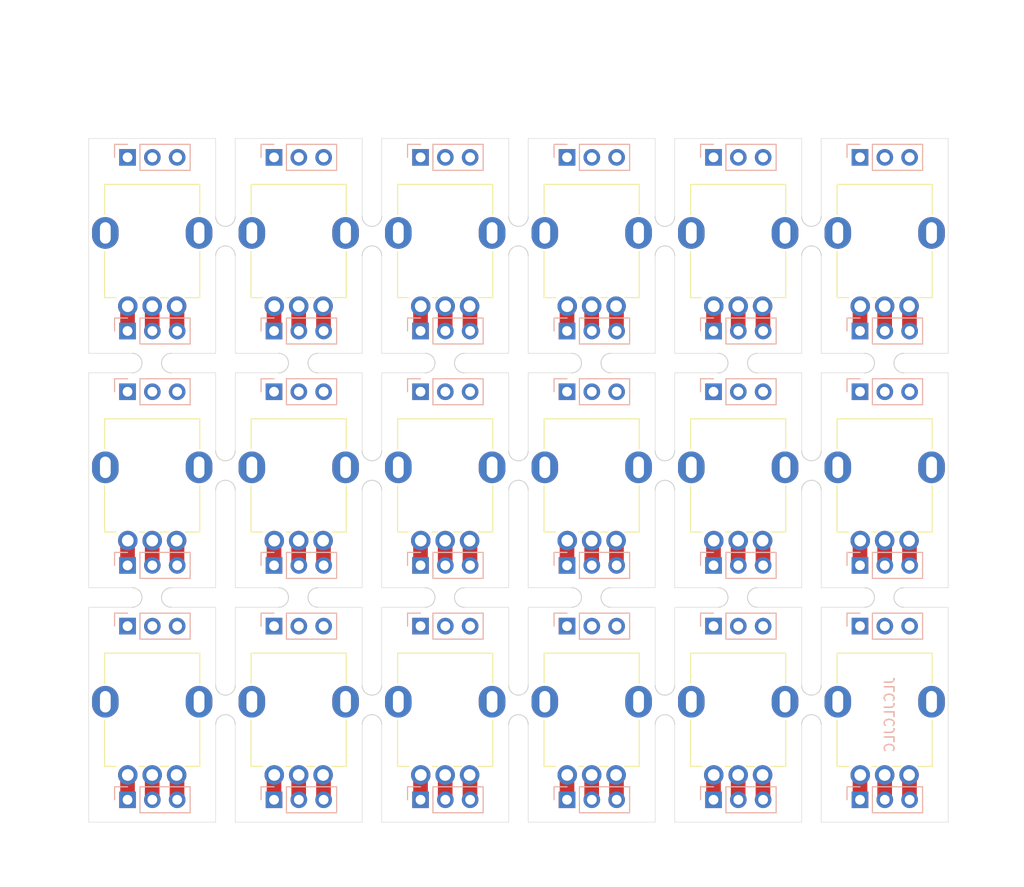
<source format=kicad_pcb>
(kicad_pcb (version 20211014) (generator pcbnew)
  (layers (0 "F.Cu" signal) (31 "B.Cu" signal) (34 "B.Paste" user) (35 "F.Paste" user) (36 "B.SilkS" user "B.Silkscreen") (37 "F.SilkS" user "F.Silkscreen") (38 "B.Mask" user) (39 "F.Mask" user) (44 "Edge.Cuts" user))
  (net 0 "")
  (net 1 "Net-(J2-Pad1)")
  (net 2 "Net-(J2-Pad2)")
  (net 3 "Net-(J2-Pad3)")
  (footprint "LIBRARY-8-bit-computer:alpha-9mm-potentiometer" (layer "F.Cu") (at 114.44 113.942 90)
    (fp_text reference "RV14" hide)
    (fp_text value "R_Potentiometer_US" hide)
  )
  (footprint "LIBRARY-8-bit-computer:alpha-9mm-potentiometer" (layer "F.Cu") (at 129.44 65.942 90)
    (fp_text reference "RV3" hide)
    (fp_text value "R_Potentiometer_US" hide)
  )
  (footprint "LIBRARY-8-bit-computer:mouse-bite-2mm-slot" (layer "F.Cu") (at 122 90 -90)
    (fp_text reference "mouse-bite-2mm-slot15" hide)
    (fp_text value "VAL**" hide)
    (fp_arc (start -2 -1) (mid -1 0) (end -2 1) (layer "Edge.Cuts") (width 0.1))
    (fp_arc (start 2 1) (mid 1 0) (end 2 -1) (layer "Edge.Cuts") (width 0.1))
  )
  (footprint "LIBRARY-8-bit-computer:alpha-9mm-potentiometer" (layer "F.Cu") (at 129.44 113.942 90)
    (fp_text reference "RV15" hide)
    (fp_text value "R_Potentiometer_US" hide)
  )
  (footprint "LIBRARY-8-bit-computer:alpha-9mm-potentiometer" (layer "F.Cu") (at 99.44 65.942 90)
    (fp_text reference "RV1" hide)
    (fp_text value "R_Potentiometer_US" hide)
  )
  (footprint "LIBRARY-8-bit-computer:alpha-9mm-potentiometer" (layer "F.Cu") (at 159.44 89.942 90)
    (fp_text reference "RV11" hide)
    (fp_text value "R_Potentiometer_US" hide)
  )
  (footprint "LIBRARY-8-bit-computer:mouse-bite-2mm-slot" (layer "F.Cu") (at 122 66 -90)
    (fp_text reference "mouse-bite-2mm-slot3" hide)
    (fp_text value "VAL**" hide)
    (fp_arc (start 2 1) (mid 1 0) (end 2 -1) (layer "Edge.Cuts") (width 0.1))
    (fp_arc (start -2 -1) (mid -1 0) (end -2 1) (layer "Edge.Cuts") (width 0.1))
  )
  (footprint "LIBRARY-8-bit-computer:alpha-9mm-potentiometer" (layer "F.Cu") (at 159.44 113.942 90)
    (fp_text reference "RV17" hide)
    (fp_text value "R_Potentiometer_US" hide)
  )
  (footprint "LIBRARY-8-bit-computer:mouse-bite-2mm-slot" (layer "F.Cu") (at 152 114 -90)
    (fp_text reference "mouse-bite-2mm-slot31" hide)
    (fp_text value "VAL**" hide)
    (fp_arc (start -2 -1) (mid -1 0) (end -2 1) (layer "Edge.Cuts") (width 0.1))
    (fp_arc (start 2 1) (mid 1 0) (end 2 -1) (layer "Edge.Cuts") (width 0.1))
  )
  (footprint "LIBRARY-8-bit-computer:alpha-9mm-potentiometer" (layer "F.Cu") (at 99.44 89.942 90)
    (fp_text reference "RV7" hide)
    (fp_text value "R_Potentiometer_US" hide)
  )
  (footprint "LIBRARY-8-bit-computer:mouse-bite-2mm-slot" (layer "F.Cu") (at 144.454 79 180)
    (fp_text reference "mouse-bite-2mm-slot18" hide)
    (fp_text value "VAL**" hide)
    (fp_arc (start 2 1) (mid 1 0) (end 2 -1) (layer "Edge.Cuts") (width 0.1))
    (fp_arc (start -2 -1) (mid -1 0) (end -2 1) (layer "Edge.Cuts") (width 0.1))
  )
  (footprint "LIBRARY-8-bit-computer:mouse-bite-2mm-slot" (layer "F.Cu") (at 137 90 -90)
    (fp_text reference "mouse-bite-2mm-slot17" hide)
    (fp_text value "VAL**" hide)
    (fp_arc (start -2 -1) (mid -1 0) (end -2 1) (layer "Edge.Cuts") (width 0.1))
    (fp_arc (start 2 1) (mid 1 0) (end 2 -1) (layer "Edge.Cuts") (width 0.1))
  )
  (footprint "LIBRARY-8-bit-computer:mouse-bite-2mm-slot" (layer "F.Cu") (at 137 66 -90)
    (fp_text reference "mouse-bite-2mm-slot5" hide)
    (fp_text value "VAL**" hide)
    (fp_arc (start 2 1) (mid 1 0) (end 2 -1) (layer "Edge.Cuts") (width 0.1))
    (fp_arc (start -2 -1) (mid -1 0) (end -2 1) (layer "Edge.Cuts") (width 0.1))
  )
  (footprint "LIBRARY-8-bit-computer:mouse-bite-2mm-slot" (layer "F.Cu") (at 107 90 -90)
    (fp_text reference "mouse-bite-2mm-slot13" hide)
    (fp_text value "VAL**" hide)
    (fp_arc (start -2 -1) (mid -1 0) (end -2 1) (layer "Edge.Cuts") (width 0.1))
    (fp_arc (start 2 1) (mid 1 0) (end 2 -1) (layer "Edge.Cuts") (width 0.1))
  )
  (footprint "LIBRARY-8-bit-computer:alpha-9mm-potentiometer" (layer "F.Cu") (at 174.44 89.942 90)
    (fp_text reference "RV12" hide)
    (fp_text value "R_Potentiometer_US" hide)
  )
  (footprint "LIBRARY-8-bit-computer:mouse-bite-2mm-slot" (layer "F.Cu") (at 152 90 -90)
    (fp_text reference "mouse-bite-2mm-slot19" hide)
    (fp_text value "VAL**" hide)
    (fp_arc (start 2 1) (mid 1 0) (end 2 -1) (layer "Edge.Cuts") (width 0.1))
    (fp_arc (start -2 -1) (mid -1 0) (end -2 1) (layer "Edge.Cuts") (width 0.1))
  )
  (footprint "LIBRARY-8-bit-computer:mouse-bite-2mm-slot" (layer "F.Cu") (at 129.454 103 180)
    (fp_text reference "mouse-bite-2mm-slot28" hide)
    (fp_text value "VAL**" hide)
    (fp_arc (start 2 1) (mid 1 0) (end 2 -1) (layer "Edge.Cuts") (width 0.1))
    (fp_arc (start -2 -1) (mid -1 0) (end -2 1) (layer "Edge.Cuts") (width 0.1))
  )
  (footprint "LIBRARY-8-bit-computer:alpha-9mm-potentiometer" (layer "F.Cu") (at 174.44 65.942 90)
    (fp_text reference "RV6" hide)
    (fp_text value "R_Potentiometer_US" hide)
  )
  (footprint "LIBRARY-8-bit-computer:mouse-bite-2mm-slot" (layer "F.Cu") (at 107 66 -90)
    (fp_text reference "mouse-bite-2mm-slot1" hide)
    (fp_text value "VAL**" hide)
    (fp_arc (start 2 1) (mid 1 0) (end 2 -1) (layer "Edge.Cuts") (width 0.1))
    (fp_arc (start -2 -1) (mid -1 0) (end -2 1) (layer "Edge.Cuts") (width 0.1))
  )
  (footprint "LIBRARY-8-bit-computer:mouse-bite-2mm-slot" (layer "F.Cu") (at 159.454 79 180)
    (fp_text reference "mouse-bite-2mm-slot20" hide)
    (fp_text value "VAL**" hide)
    (fp_arc (start 2 1) (mid 1 0) (end 2 -1) (layer "Edge.Cuts") (width 0.1))
    (fp_arc (start -2 -1) (mid -1 0) (end -2 1) (layer "Edge.Cuts") (width 0.1))
  )
  (footprint "LIBRARY-8-bit-computer:mouse-bite-2mm-slot" (layer "F.Cu") (at 152 66 -90)
    (fp_text reference "mouse-bite-2mm-slot7" hide)
    (fp_text value "VAL**" hide)
    (fp_arc (start -2 -1) (mid -1 0) (end -2 1) (layer "Edge.Cuts") (width 0.1))
    (fp_arc (start 2 1) (mid 1 0) (end 2 -1) (layer "Edge.Cuts") (width 0.1))
  )
  (footprint "LIBRARY-8-bit-computer:alpha-9mm-potentiometer" (layer "F.Cu") (at 129.44 89.942 90)
    (fp_text reference "RV9" hide)
    (fp_text value "R_Potentiometer_US" hide)
  )
  (footprint "LIBRARY-8-bit-computer:mouse-bite-2mm-slot" (layer "F.Cu") (at 114.454 79 180)
    (fp_text reference "mouse-bite-2mm-slot14" hide)
    (fp_text value "VAL**" hide)
    (fp_arc (start 2 1) (mid 1 0) (end 2 -1) (layer "Edge.Cuts") (width 0.1))
    (fp_arc (start -2 -1) (mid -1 0) (end -2 1) (layer "Edge.Cuts") (width 0.1))
  )
  (footprint "LIBRARY-8-bit-computer:mouse-bite-2mm-slot" (layer "F.Cu") (at 167 90 -90)
    (fp_text reference "mouse-bite-2mm-slot21" hide)
    (fp_text value "VAL**" hide)
    (fp_arc (start 2 1) (mid 1 0) (end 2 -1) (layer "Edge.Cuts") (width 0.1))
    (fp_arc (start -2 -1) (mid -1 0) (end -2 1) (layer "Edge.Cuts") (width 0.1))
  )
  (footprint "LIBRARY-8-bit-computer:alpha-9mm-potentiometer" (layer "F.Cu") (at 174.44 113.942 90)
    (fp_text reference "RV18" hide)
    (fp_text value "R_Potentiometer_US" hide)
  )
  (footprint "LIBRARY-8-bit-computer:alpha-9mm-potentiometer" (layer "F.Cu") (at 114.44 65.942 90)
    (fp_text reference "RV2" hide)
    (fp_text value "R_Potentiometer_US" hide)
  )
  (footprint "LIBRARY-8-bit-computer:alpha-9mm-potentiometer" (layer "F.Cu") (at 159.44 65.942 90)
    (fp_text reference "RV5" hide)
    (fp_text value "R_Potentiometer_US" hide)
  )
  (footprint "LIBRARY-8-bit-computer:mouse-bite-2mm-slot" (layer "F.Cu") (at 99.454 79 180)
    (fp_text reference "mouse-bite-2mm-slot12" hide)
    (fp_text value "VAL**" hide)
    (fp_arc (start 2 1) (mid 1 0) (end 2 -1) (layer "Edge.Cuts") (width 0.1))
    (fp_arc (start -2 -1) (mid -1 0) (end -2 1) (layer "Edge.Cuts") (width 0.1))
  )
  (footprint "LIBRARY-8-bit-computer:alpha-9mm-potentiometer" (layer "F.Cu") (at 144.44 89.942 90)
    (fp_text reference "RV10" hide)
    (fp_text value "R_Potentiometer_US" hide)
  )
  (footprint "LIBRARY-8-bit-computer:mouse-bite-2mm-slot" (layer "F.Cu") (at 107 114 -90)
    (fp_text reference "mouse-bite-2mm-slot25" hide)
    (fp_text value "VAL**" hide)
    (fp_arc (start 2 1) (mid 1 0) (end 2 -1) (layer "Edge.Cuts") (width 0.1))
    (fp_arc (start -2 -1) (mid -1 0) (end -2 1) (layer "Edge.Cuts") (width 0.1))
  )
  (footprint "LIBRARY-8-bit-computer:mouse-bite-2mm-slot" (layer "F.Cu") (at 174.454 79 180)
    (fp_text reference "mouse-bite-2mm-slot22" hide)
    (fp_text value "VAL**" hide)
    (fp_arc (start 2 1) (mid 1 0) (end 2 -1) (layer "Edge.Cuts") (width 0.1))
    (fp_arc (start -2 -1) (mid -1 0) (end -2 1) (layer "Edge.Cuts") (width 0.1))
  )
  (footprint "LIBRARY-8-bit-computer:mouse-bite-2mm-slot" (layer "F.Cu") (at 129.454 79 180)
    (fp_text reference "mouse-bite-2mm-slot16" hide)
    (fp_text value "VAL**" hide)
    (fp_arc (start -2 -1) (mid -1 0) (end -2 1) (layer "Edge.Cuts") (width 0.1))
    (fp_arc (start 2 1) (mid 1 0) (end 2 -1) (layer "Edge.Cuts") (width 0.1))
  )
  (footprint "LIBRARY-8-bit-computer:mouse-bite-2mm-slot" (layer "F.Cu") (at 137 114 -90)
    (fp_text reference "mouse-bite-2mm-slot29" hide)
    (fp_text value "VAL**" hide)
    (fp_arc (start -2 -1) (mid -1 0) (end -2 1) (layer "Edge.Cuts") (width 0.1))
    (fp_arc (start 2 1) (mid 1 0) (end 2 -1) (layer "Edge.Cuts") (width 0.1))
  )
  (footprint "LIBRARY-8-bit-computer:alpha-9mm-potentiometer" (layer "F.Cu") (at 144.44 65.942 90)
    (fp_text reference "RV4" hide)
    (fp_text value "R_Potentiometer_US" hide)
  )
  (footprint "LIBRARY-8-bit-computer:mouse-bite-2mm-slot" (layer "F.Cu") (at 159.454 103 180)
    (fp_text reference "mouse-bite-2mm-slot32" hide)
    (fp_text value "VAL**" hide)
    (fp_arc (start 2 1) (mid 1 0) (end 2 -1) (layer "Edge.Cuts") (width 0.1))
    (fp_arc (start -2 -1) (mid -1 0) (end -2 1) (layer "Edge.Cuts") (width 0.1))
  )
  (footprint "LIBRARY-8-bit-computer:mouse-bite-2mm-slot" (layer "F.Cu") (at 167 114 -90)
    (fp_text reference "mouse-bite-2mm-slot33" hide)
    (fp_text value "VAL**" hide)
    (fp_arc (start -2 -1) (mid -1 0) (end -2 1) (layer "Edge.Cuts") (width 0.1))
    (fp_arc (start 2 1) (mid 1 0) (end 2 -1) (layer "Edge.Cuts") (width 0.1))
  )
  (footprint "LIBRARY-8-bit-computer:mouse-bite-2mm-slot" (layer "F.Cu") (at 99.454 103 180)
    (fp_text reference "mouse-bite-2mm-slot24" hide)
    (fp_text value "VAL**" hide)
    (fp_arc (start 2 1) (mid 1 0) (end 2 -1) (layer "Edge.Cuts") (width 0.1))
    (fp_arc (start -2 -1) (mid -1 0) (end -2 1) (layer "Edge.Cuts") (width 0.1))
  )
  (footprint "LIBRARY-8-bit-computer:alpha-9mm-potentiometer" (layer "F.Cu") (at 99.44 113.942 90)
    (fp_text reference "RV13" hide)
    (fp_text value "R_Potentiometer_US" hide)
  )
  (footprint "LIBRARY-8-bit-computer:mouse-bite-2mm-slot" (layer "F.Cu") (at 122 114 -90)
    (fp_text reference "mouse-bite-2mm-slot27" hide)
    (fp_text value "VAL**" hide)
    (fp_arc (start -2 -1) (mid -1 0) (end -2 1) (layer "Edge.Cuts") (width 0.1))
    (fp_arc (start 2 1) (mid 1 0) (end 2 -1) (layer "Edge.Cuts") (width 0.1))
  )
  (footprint "LIBRARY-8-bit-computer:mouse-bite-2mm-slot" (layer "F.Cu") (at 144.454 103 180)
    (fp_text reference "mouse-bite-2mm-slot30" hide)
    (fp_text value "VAL**" hide)
    (fp_arc (start 2 1) (mid 1 0) (end 2 -1) (layer "Edge.Cuts") (width 0.1))
    (fp_arc (start -2 -1) (mid -1 0) (end -2 1) (layer "Edge.Cuts") (width 0.1))
  )
  (footprint "LIBRARY-8-bit-computer:mouse-bite-2mm-slot" (layer "F.Cu") (at 174.454 103 180)
    (fp_text reference "mouse-bite-2mm-slot34" hide)
    (fp_text value "VAL**" hide)
    (fp_arc (start 2 1) (mid 1 0) (end 2 -1) (layer "Edge.Cuts") (width 0.1))
    (fp_arc (start -2 -1) (mid -1 0) (end -2 1) (layer "Edge.Cuts") (width 0.1))
  )
  (footprint "LIBRARY-8-bit-computer:mouse-bite-2mm-slot" (layer "F.Cu") (at 114.454 103 180)
    (fp_text reference "mouse-bite-2mm-slot26" hide)
    (fp_text value "VAL**" hide)
    (fp_arc (start -2 -1) (mid -1 0) (end -2 1) (layer "Edge.Cuts") (width 0.1))
    (fp_arc (start 2 1) (mid 1 0) (end 2 -1) (layer "Edge.Cuts") (width 0.1))
  )
  (footprint "LIBRARY-8-bit-computer:mouse-bite-2mm-slot" (layer "F.Cu") (at 167 66 -90)
    (fp_text reference "mouse-bite-2mm-slot9" hide)
    (fp_text value "VAL**" hide)
    (fp_arc (start -2 -1) (mid -1 0) (end -2 1) (layer "Edge.Cuts") (width 0.1))
    (fp_arc (start 2 1) (mid 1 0) (end 2 -1) (layer "Edge.Cuts") (width 0.1))
  )
  (footprint "LIBRARY-8-bit-computer:alpha-9mm-potentiometer" (layer "F.Cu") (at 144.44 113.942 90)
    (fp_text reference "RV16" hide)
    (fp_text value "R_Potentiometer_US" hide)
  )
  (footprint "LIBRARY-8-bit-computer:alpha-9mm-potentiometer" (layer "F.Cu") (at 114.44 89.942 90)
    (fp_text reference "RV8" hide)
    (fp_text value "R_Potentiometer_US" hide)
  )
  (footprint "Connector_PinHeader_2.54mm:PinHeader_1x03_P2.54mm_Vertical" (layer "B.Cu") (at 141.975 57.934 -90)
    (fp_text reference "J7" hide)
    (fp_text value "Conn_01x03" hide)
  )
  (footprint "Connector_PinHeader_2.54mm:PinHeader_1x03_P2.54mm_Vertical" (layer "B.Cu") (at 111.975 99.714 -90)
    (fp_text reference "J16" hide)
    (fp_text value "Conn_01x03" hide)
  )
  (footprint "Connector_PinHeader_2.54mm:PinHeader_1x03_P2.54mm_Vertical" (layer "B.Cu") (at 96.975 105.934 -90)
    (fp_text reference "J25" hide)
    (fp_text value "Conn_01x03" hide)
  )
  (footprint "Connector_PinHeader_2.54mm:PinHeader_1x03_P2.54mm_Vertical" (layer "B.Cu") (at 141.975 75.714 -90)
    (fp_text reference "J8" hide)
    (fp_text value "Conn_01x03" hide)
  )
  (footprint "Connector_PinHeader_2.54mm:PinHeader_1x03_P2.54mm_Vertical" (layer "B.Cu") (at 171.975 105.934 -90)
    (fp_text reference "J35" hide)
    (fp_text value "Conn_01x03" hide)
  )
  (footprint "Connector_PinHeader_2.54mm:PinHeader_1x03_P2.54mm_Vertical" (layer "B.Cu") (at 126.975 123.714 -90)
    (fp_text reference "J30" hide)
    (fp_text value "Conn_01x03" hide)
  )
  (footprint "Connector_PinHeader_2.54mm:PinHeader_1x03_P2.54mm_Vertical" (layer "B.Cu") (at 141.975 123.714 -90)
    (fp_text reference "J32" hide)
    (fp_text value "Conn_01x03" hide)
  )
  (footprint "Connector_PinHeader_2.54mm:PinHeader_1x03_P2.54mm_Vertical" (layer "B.Cu") (at 126.975 75.714 -90)
    (fp_text reference "J6" hide)
    (fp_text value "Conn_01x03" hide)
  )
  (footprint "Connector_PinHeader_2.54mm:PinHeader_1x03_P2.54mm_Vertical" (layer "B.Cu") (at 171.975 75.714 -90)
    (fp_text reference "J12" hide)
    (fp_text value "Conn_01x03" hide)
  )
  (footprint "Connector_PinHeader_2.54mm:PinHeader_1x03_P2.54mm_Vertical" (layer "B.Cu") (at 111.975 75.714 -90)
    (fp_text reference "J4" hide)
    (fp_text value "Conn_01x03" hide)
  )
  (footprint "Connector_PinHeader_2.54mm:PinHeader_1x03_P2.54mm_Vertical" (layer "B.Cu") (at 111.975 57.934 -90)
    (fp_text reference "J3" hide)
    (fp_text value "Conn_01x03" hide)
  )
  (footprint "Connector_PinHeader_2.54mm:PinHeader_1x03_P2.54mm_Vertical" (layer "B.Cu") (at 111.975 123.714 -90)
    (fp_text reference "J28" hide)
    (fp_text value "Conn_01x03" hide)
  )
  (footprint "Connector_PinHeader_2.54mm:PinHeader_1x03_P2.54mm_Vertical" (layer "B.Cu") (at 171.975 57.934 -90)
    (fp_text reference "J11" hide)
    (fp_text value "Conn_01x03" hide)
  )
  (footprint "Connector_PinHeader_2.54mm:PinHeader_1x03_P2.54mm_Vertical" (layer "B.Cu") (at 96.975 99.714 -90)
    (fp_text reference "J14" hide)
    (fp_text value "Conn_01x03" hide)
  )
  (footprint "Connector_PinHeader_2.54mm:PinHeader_1x03_P2.54mm_Vertical" (layer "B.Cu") (at 126.975 99.714 -90)
    (fp_text reference "J18" hide)
    (fp_text value "Conn_01x03" hide)
  )
  (footprint "Connector_PinHeader_2.54mm:PinHeader_1x03_P2.54mm_Vertical" (layer "B.Cu") (at 126.975 81.934 -90)
    (fp_text reference "J17" hide)
    (fp_text value "Conn_01x03" hide)
  )
  (footprint "Connector_PinHeader_2.54mm:PinHeader_1x03_P2.54mm_Vertical" (layer "B.Cu") (at 156.975 99.714 -90)
    (fp_text reference "J22" hide)
    (fp_text value "Conn_01x03" hide)
  )
  (footprint "Connector_PinHeader_2.54mm:PinHeader_1x03_P2.54mm_Vertical" (layer "B.Cu") (at 171.975 81.934 -90)
    (fp_text reference "J23" hide)
    (fp_text value "Conn_01x03" hide)
  )
  (footprint "Connector_PinHeader_2.54mm:PinHeader_1x03_P2.54mm_Vertical" (layer "B.Cu") (at 156.975 123.714 -90)
    (fp_text reference "J34" hide)
    (fp_text value "Conn_01x03" hide)
  )
  (footprint "Connector_PinHeader_2.54mm:PinHeader_1x03_P2.54mm_Vertical" (layer "B.Cu") (at 96.975 57.934 -90)
    (fp_text reference "J1" hide)
    (fp_text value "Conn_01x03" hide)
  )
  (footprint "Connector_PinHeader_2.54mm:PinHeader_1x03_P2.54mm_Vertical" (layer "B.Cu") (at 171.975 123.714 -90)
    (fp_text reference "J36" hide)
    (fp_text value "Conn_01x03" hide)
  )
  (footprint "Connector_PinHeader_2.54mm:PinHeader_1x03_P2.54mm_Vertical" (layer "B.Cu") (at 111.975 81.934 -90)
    (fp_text reference "J15" hide)
    (fp_text value "Conn_01x03" hide)
  )
  (footprint "Connector_PinHeader_2.54mm:PinHeader_1x03_P2.54mm_Vertical" (layer "B.Cu") (at 96.975 75.714 -90)
    (fp_text reference "J2" hide)
    (fp_text value "Conn_01x03" hide)
  )
  (footprint "Connector_PinHeader_2.54mm:PinHeader_1x03_P2.54mm_Vertical" (layer "B.Cu") (at 96.975 81.934 -90)
    (fp_text reference "J13" hide)
    (fp_text value "Conn_01x03" hide)
  )
  (footprint "Connector_PinHeader_2.54mm:PinHeader_1x03_P2.54mm_Vertical" (layer "B.Cu") (at 171.975 99.714 -90)
    (fp_text reference "J24" hide)
    (fp_text value "Conn_01x03" hide)
  )
  (footprint "Connector_PinHeader_2.54mm:PinHeader_1x03_P2.54mm_Vertical" (layer "B.Cu") (at 126.975 105.934 -90)
    (fp_text reference "J29" hide)
    (fp_text value "Conn_01x03" hide)
  )
  (footprint "Connector_PinHeader_2.54mm:PinHeader_1x03_P2.54mm_Vertical" (layer "B.Cu") (at 141.975 81.934 -90)
    (fp_text reference "J19" hide)
    (fp_text value "Conn_01x03" hide)
  )
  (footprint "Connector_PinHeader_2.54mm:PinHeader_1x03_P2.54mm_Vertical" (layer "B.Cu") (at 141.975 99.714 -90)
    (fp_text reference "J20" hide)
    (fp_text value "Conn_01x03" hide)
  )
  (footprint "Connector_PinHeader_2.54mm:PinHeader_1x03_P2.54mm_Vertical" (layer "B.Cu") (at 111.975 105.934 -90)
    (fp_text reference "J27" hide)
    (fp_text value "Conn_01x03" hide)
  )
  (footprint "Connector_PinHeader_2.54mm:PinHeader_1x03_P2.54mm_Vertical" (layer "B.Cu") (at 126.975 57.934 -90)
    (fp_text reference "J5" hide)
    (fp_text value "Conn_01x03" hide)
  )
  (footprint "Connector_PinHeader_2.54mm:PinHeader_1x03_P2.54mm_Vertical" (layer "B.Cu") (at 156.975 75.714 -90)
    (fp_text reference "J10" hide)
    (fp_text value "Conn_01x03" hide)
  )
  (footprint "Connector_PinHeader_2.54mm:PinHeader_1x03_P2.54mm_Vertical" (layer "B.Cu") (at 156.975 105.934 -90)
    (fp_text reference "J33" hide)
    (fp_text value "Conn_01x03" hide)
  )
  (footprint "Connector_PinHeader_2.54mm:PinHeader_1x03_P2.54mm_Vertical" (layer "B.Cu") (at 156.975 57.934 -90)
    (fp_text reference "J9" hide)
    (fp_text value "Conn_01x03" hide)
  )
  (footprint "Connector_PinHeader_2.54mm:PinHeader_1x03_P2.54mm_Vertical" (layer "B.Cu") (at 96.975 123.714 -90)
    (fp_text reference "J26" hide)
    (fp_text value "Conn_01x03" hide)
  )
  (footprint "Connector_PinHeader_2.54mm:PinHeader_1x03_P2.54mm_Vertical" (layer "B.Cu") (at 141.975 105.934 -90)
    (fp_text reference "J31" hide)
    (fp_text value "Conn_01x03" hide)
  )
  (footprint "Connector_PinHeader_2.54mm:PinHeader_1x03_P2.54mm_Vertical" (layer "B.Cu") (at 156.975 81.934 -90)
    (fp_text reference "J21" hide)
    (fp_text value "Conn_01x03" hide)
  )
  (gr_line (start 176.454 102) (end 181 102) (layer "Edge.Cuts") (width 0.05))
  (gr_line (start 123 68) (end 123 78) (layer "Edge.Cuts") (width 0.05))
  (gr_line (start 123 56) (end 123 64) (layer "Edge.Cuts") (width 0.05))
  (gr_line (start 166 112) (end 166 104) (layer "Edge.Cuts") (width 0.05))
  (gr_line (start 93 68) (end 93 78) (layer "Edge.Cuts") (width 0.05))
  (gr_line (start 121 78) (end 121 68) (layer "Edge.Cuts") (width 0.05))
  (gr_line (start 166 56) (end 161.454 56) (layer "Edge.Cuts") (width 0.05))
  (gr_line (start 97.454 56) (end 101.454 56) (layer "Edge.Cuts") (width 0.05))
  (gr_line (start 93 102) (end 97.454 102) (layer "Edge.Cuts") (width 0.05))
  (gr_line (start 168 68) (end 168 78) (layer "Edge.Cuts") (width 0.05))
  (gr_line (start 181 78) (end 181 68) (layer "Edge.Cuts") (width 0.05))
  (gr_line (start 153 78) (end 157.454 78) (layer "Edge.Cuts") (width 0.05))
  (gr_line (start 153 102) (end 157.454 102) (layer "Edge.Cuts") (width 0.05))
  (gr_line (start 176.454 78) (end 181 78) (layer "Edge.Cuts") (width 0.05))
  (gr_line (start 151 80) (end 146.454 80) (layer "Edge.Cuts") (width 0.05))
  (gr_line (start 181 112) (end 181 116) (layer "Edge.Cuts") (width 0.05))
  (gr_line (start 106 112) (end 106 104) (layer "Edge.Cuts") (width 0.05))
  (gr_line (start 142.454 56) (end 138 56) (layer "Edge.Cuts") (width 0.05))
  (gr_line (start 97.454 80) (end 93 80) (layer "Edge.Cuts") (width 0.05))
  (gr_line (start 138 92) (end 138 102) (layer "Edge.Cuts") (width 0.05))
  (gr_line (start 106 56) (end 101.454 56) (layer "Edge.Cuts") (width 0.05))
  (gr_line (start 168 116) (end 168 126) (layer "Edge.Cuts") (width 0.05))
  (gr_line (start 93 80) (end 93 88) (layer "Edge.Cuts") (width 0.05))
  (gr_line (start 153 68) (end 153 78) (layer "Edge.Cuts") (width 0.05))
  (gr_line (start 181 64) (end 181 68) (layer "Edge.Cuts") (width 0.05))
  (gr_line (start 138 116) (end 138 126) (layer "Edge.Cuts") (width 0.05))
  (gr_line (start 172.454 104) (end 168 104) (layer "Edge.Cuts") (width 0.05))
  (gr_line (start 142.454 80) (end 138 80) (layer "Edge.Cuts") (width 0.05))
  (gr_line (start 131.454 78) (end 136 78) (layer "Edge.Cuts") (width 0.05))
  (gr_line (start 108 104) (end 108 112) (layer "Edge.Cuts") (width 0.05))
  (gr_line (start 138 80) (end 138 88) (layer "Edge.Cuts") (width 0.05))
  (gr_line (start 108 102) (end 112.454 102) (layer "Edge.Cuts") (width 0.05))
  (gr_line (start 138 78) (end 142.454 78) (layer "Edge.Cuts") (width 0.05))
  (gr_line (start 142.454 56) (end 146.454 56) (layer "Edge.Cuts") (width 0.05))
  (gr_line (start 138 56) (end 138 64) (layer "Edge.Cuts") (width 0.05))
  (gr_line (start 108 92) (end 108 102) (layer "Edge.Cuts") (width 0.05))
  (gr_line (start 116.454 102) (end 121 102) (layer "Edge.Cuts") (width 0.05))
  (gr_line (start 138 68) (end 138 78) (layer "Edge.Cuts") (width 0.05))
  (gr_line (start 106 78) (end 106 68) (layer "Edge.Cuts") (width 0.05))
  (gr_line (start 127.454 56) (end 131.454 56) (layer "Edge.Cuts") (width 0.05))
  (gr_line (start 168 102) (end 172.454 102) (layer "Edge.Cuts") (width 0.05))
  (gr_line (start 106 88) (end 106 80) (layer "Edge.Cuts") (width 0.05))
  (gr_line (start 142.454 104) (end 138 104) (layer "Edge.Cuts") (width 0.05))
  (gr_line (start 168 126) (end 172.454 126) (layer "Edge.Cuts") (width 0.05))
  (gr_line (start 138 102) (end 142.454 102) (layer "Edge.Cuts") (width 0.05))
  (gr_line (start 123 80) (end 123 88) (layer "Edge.Cuts") (width 0.05))
  (gr_line (start 151 104) (end 146.454 104) (layer "Edge.Cuts") (width 0.05))
  (gr_line (start 123 92) (end 123 102) (layer "Edge.Cuts") (width 0.05))
  (gr_line (start 168 92) (end 168 102) (layer "Edge.Cuts") (width 0.05))
  (gr_line (start 138 104) (end 138 112) (layer "Edge.Cuts") (width 0.05))
  (gr_line (start 146.454 78) (end 151 78) (layer "Edge.Cuts") (width 0.05))
  (gr_line (start 151 88) (end 151 80) (layer "Edge.Cuts") (width 0.05))
  (gr_line (start 123 126) (end 127.454 126) (layer "Edge.Cuts") (width 0.05))
  (gr_line (start 168 56) (end 168 64) (layer "Edge.Cuts") (width 0.05))
  (gr_line (start 153 104) (end 153 112) (layer "Edge.Cuts") (width 0.05))
  (gr_line (start 116.454 78) (end 121 78) (layer "Edge.Cuts") (width 0.05))
  (gr_line (start 166 64) (end 166 56) (layer "Edge.Cuts") (width 0.05))
  (gr_line (start 112.454 80) (end 108 80) (layer "Edge.Cuts") (width 0.05))
  (gr_line (start 106 102) (end 106 92) (layer "Edge.Cuts") (width 0.05))
  (gr_line (start 172.454 126) (end 176.454 126) (layer "Edge.Cuts") (width 0.05))
  (gr_line (start 161.454 78) (end 166 78) (layer "Edge.Cuts") (width 0.05))
  (gr_line (start 151 78) (end 151 68) (layer "Edge.Cuts") (width 0.05))
  (gr_line (start 93 126) (end 97.454 126) (layer "Edge.Cuts") (width 0.05))
  (gr_line (start 153 116) (end 153 126) (layer "Edge.Cuts") (width 0.05))
  (gr_line (start 136 126) (end 136 116) (layer "Edge.Cuts") (width 0.05))
  (gr_line (start 146.454 102) (end 151 102) (layer "Edge.Cuts") (width 0.05))
  (gr_line (start 181 104) (end 176.454 104) (layer "Edge.Cuts") (width 0.05))
  (gr_line (start 121 80) (end 116.454 80) (layer "Edge.Cuts") (width 0.05))
  (gr_line (start 93 92) (end 93 102) (layer "Edge.Cuts") (width 0.05))
  (gr_line (start 153 92) (end 153 102) (layer "Edge.Cuts") (width 0.05))
  (gr_line (start 172.454 56) (end 176.454 56) (layer "Edge.Cuts") (width 0.05))
  (gr_line (start 116.454 126) (end 121 126) (layer "Edge.Cuts") (width 0.05))
  (gr_line (start 127.454 126) (end 131.454 126) (layer "Edge.Cuts") (width 0.05))
  (gr_line (start 151 126) (end 151 116) (layer "Edge.Cuts") (width 0.05))
  (gr_line (start 166 78) (end 166 68) (layer "Edge.Cuts") (width 0.05))
  (gr_line (start 97.454 56) (end 93 56) (layer "Edge.Cuts") (width 0.05))
  (gr_line (start 138 126) (end 142.454 126) (layer "Edge.Cuts") (width 0.05))
  (gr_line (start 166 104) (end 161.454 104) (layer "Edge.Cuts") (width 0.05))
  (gr_line (start 106 104) (end 101.454 104) (layer "Edge.Cuts") (width 0.05))
  (gr_line (start 101.454 102) (end 106 102) (layer "Edge.Cuts") (width 0.05))
  (gr_line (start 168 104) (end 168 112) (layer "Edge.Cuts") (width 0.05))
  (gr_line (start 166 80) (end 161.454 80) (layer "Edge.Cuts") (width 0.05))
  (gr_line (start 101.454 126) (end 106 126) (layer "Edge.Cuts") (width 0.05))
  (gr_line (start 108 126) (end 112.454 126) (layer "Edge.Cuts") (width 0.05))
  (gr_line (start 123 116) (end 123 126) (layer "Edge.Cuts") (width 0.05))
  (gr_line (start 157.454 80) (end 153 80) (layer "Edge.Cuts") (width 0.05))
  (gr_line (start 131.454 126) (end 136 126) (layer "Edge.Cuts") (width 0.05))
  (gr_line (start 112.454 126) (end 116.454 126) (layer "Edge.Cuts") (width 0.05))
  (gr_line (start 136 80) (end 131.454 80) (layer "Edge.Cuts") (width 0.05))
  (gr_line (start 157.454 56) (end 161.454 56) (layer "Edge.Cuts") (width 0.05))
  (gr_line (start 131.454 102) (end 136 102) (layer "Edge.Cuts") (width 0.05))
  (gr_line (start 93 78) (end 97.454 78) (layer "Edge.Cuts") (width 0.05))
  (gr_line (start 97.454 104) (end 93 104) (layer "Edge.Cuts") (width 0.05))
  (gr_line (start 106 80) (end 101.454 80) (layer "Edge.Cuts") (width 0.05))
  (gr_line (start 166 102) (end 166 92) (layer "Edge.Cuts") (width 0.05))
  (gr_line (start 151 112) (end 151 104) (layer "Edge.Cuts") (width 0.05))
  (gr_line (start 123 78) (end 127.454 78) (layer "Edge.Cuts") (width 0.05))
  (gr_line (start 106 126) (end 106 116) (layer "Edge.Cuts") (width 0.05))
  (gr_line (start 106 64) (end 106 56) (layer "Edge.Cuts") (width 0.05))
  (gr_line (start 181 88) (end 181 80) (layer "Edge.Cuts") (width 0.05))
  (gr_line (start 121 64) (end 121 56) (layer "Edge.Cuts") (width 0.05))
  (gr_line (start 121 88) (end 121 80) (layer "Edge.Cuts") (width 0.05))
  (gr_line (start 181 126) (end 181 116) (layer "Edge.Cuts") (width 0.05))
  (gr_line (start 157.454 56) (end 153 56) (layer "Edge.Cuts") (width 0.05))
  (gr_line (start 136 88) (end 136 80) (layer "Edge.Cuts") (width 0.05))
  (gr_line (start 146.454 126) (end 151 126) (layer "Edge.Cuts") (width 0.05))
  (gr_line (start 112.454 56) (end 108 56) (layer "Edge.Cuts") (width 0.05))
  (gr_line (start 127.454 104) (end 123 104) (layer "Edge.Cuts") (width 0.05))
  (gr_line (start 181 80) (end 176.454 80) (layer "Edge.Cuts") (width 0.05))
  (gr_line (start 121 56) (end 116.454 56) (layer "Edge.Cuts") (width 0.05))
  (gr_line (start 101.454 78) (end 106 78) (layer "Edge.Cuts") (width 0.05))
  (gr_line (start 93 112) (end 93 116) (layer "Edge.Cuts") (width 0.05))
  (gr_line (start 108 68) (end 108 78) (layer "Edge.Cuts") (width 0.05))
  (gr_line (start 93 88) (end 93 92) (layer "Edge.Cuts") (width 0.05))
  (gr_line (start 136 64) (end 136 56) (layer "Edge.Cuts") (width 0.05))
  (gr_line (start 157.454 104) (end 153 104) (layer "Edge.Cuts") (width 0.05))
  (gr_line (start 181 112) (end 181 104) (layer "Edge.Cuts") (width 0.05))
  (gr_line (start 151 102) (end 151 92) (layer "Edge.Cuts") (width 0.05))
  (gr_line (start 127.454 56) (end 123 56) (layer "Edge.Cuts") (width 0.05))
  (gr_line (start 127.454 80) (end 123 80) (layer "Edge.Cuts") (width 0.05))
  (gr_line (start 176.454 126) (end 181 126) (layer "Edge.Cuts") (width 0.05))
  (gr_line (start 108 78) (end 112.454 78) (layer "Edge.Cuts") (width 0.05))
  (gr_line (start 153 126) (end 157.454 126) (layer "Edge.Cuts") (width 0.05))
  (gr_line (start 93 56) (end 93 64) (layer "Edge.Cuts") (width 0.05))
  (gr_line (start 121 104) (end 116.454 104) (layer "Edge.Cuts") (width 0.05))
  (gr_line (start 123 102) (end 127.454 102) (layer "Edge.Cuts") (width 0.05))
  (gr_line (start 142.454 126) (end 146.454 126) (layer "Edge.Cuts") (width 0.05))
  (gr_line (start 166 88) (end 166 80) (layer "Edge.Cuts") (width 0.05))
  (gr_line (start 181 56) (end 176.454 56) (layer "Edge.Cuts") (width 0.05))
  (gr_line (start 161.454 102) (end 166 102) (layer "Edge.Cuts") (width 0.05))
  (gr_line (start 168 80) (end 168 88) (layer "Edge.Cuts") (width 0.05))
  (gr_line (start 93 116) (end 93 126) (layer "Edge.Cuts") (width 0.05))
  (gr_line (start 121 112) (end 121 104) (layer "Edge.Cuts") (width 0.05))
  (gr_line (start 108 80) (end 108 88) (layer "Edge.Cuts") (width 0.05))
  (gr_line (start 181 102) (end 181 92) (layer "Edge.Cuts") (width 0.05))
  (gr_line (start 97.454 126) (end 101.454 126) (layer "Edge.Cuts") (width 0.05))
  (gr_line (start 157.454 126) (end 161.454 126) (layer "Edge.Cuts") (width 0.05))
  (gr_line (start 108 116) (end 108 126) (layer "Edge.Cuts") (width 0.05))
  (gr_line (start 93 104) (end 93 112) (layer "Edge.Cuts") (width 0.05))
  (gr_line (start 172.454 56) (end 168 56) (layer "Edge.Cuts") (width 0.05))
  (gr_line (start 153 80) (end 153 88) (layer "Edge.Cuts") (width 0.05))
  (gr_line (start 136 104) (end 131.454 104) (layer "Edge.Cuts") (width 0.05))
  (gr_line (start 136 112) (end 136 104) (layer "Edge.Cuts") (width 0.05))
  (gr_line (start 166 126) (end 166 116) (layer "Edge.Cuts") (width 0.05))
  (gr_line (start 136 78) (end 136 68) (layer "Edge.Cuts") (width 0.05))
  (gr_line (start 172.454 80) (end 168 80) (layer "Edge.Cuts") (width 0.05))
  (gr_line (start 112.454 56) (end 116.454 56) (layer "Edge.Cuts") (width 0.05))
  (gr_line (start 153 56) (end 153 64) (layer "Edge.Cuts") (width 0.05))
  (gr_line (start 136 56) (end 131.454 56) (layer "Edge.Cuts") (width 0.05))
  (gr_line (start 181 64) (end 181 56) (layer "Edge.Cuts") (width 0.05))
  (gr_line (start 151 56) (end 146.454 56) (layer "Edge.Cuts") (width 0.05))
  (gr_line (start 181 88) (end 181 92) (layer "Edge.Cuts") (width 0.05))
  (gr_line (start 121 102) (end 121 92) (layer "Edge.Cuts") (width 0.05))
  (gr_line (start 161.454 126) (end 166 126) (layer "Edge.Cuts") (width 0.05))
  (gr_line (start 93 64) (end 93 68) (layer "Edge.Cuts") (width 0.05))
  (gr_line (start 121 126) (end 121 116) (layer "Edge.Cuts") (width 0.05))
  (gr_line (start 123 104) (end 123 112) (layer "Edge.Cuts") (width 0.05))
  (gr_line (start 168 78) (end 172.454 78) (layer "Edge.Cuts") (width 0.05))
  (gr_line (start 112.454 104) (end 108 104) (layer "Edge.Cuts") (width 0.05))
  (gr_line (start 151 64) (end 151 56) (layer "Edge.Cuts") (width 0.05))
  (gr_line (start 136 102) (end 136 92) (layer "Edge.Cuts") (width 0.05))
  (gr_line (start 108 56) (end 108 64) (layer "Edge.Cuts") (width 0.05))
  (gr_text "JLCJLCJLC" (at 175 115 90) (layer "B.SilkS") (effects (font (size 1 1)) (justify mirror)))
  (segment (start 111.975 123.714) (end 111.975 121.199) (width 1.5) (layer "F.Cu") (net 1))
  (segment (start 96.975 97.199) (end 97 97.174) (width 1.5) (layer "F.Cu") (net 1))
  (segment (start 126.975 97.199) (end 127 97.174) (width 1.5) (layer "F.Cu") (net 1))
  (segment (start 96.975 123.714) (end 96.975 121.199) (width 1.5) (layer "F.Cu") (net 1))
  (segment (start 126.975 73.199) (end 127 73.174) (width 1.5) (layer "F.Cu") (net 1))
  (segment (start 156.975 99.714) (end 156.975 97.199) (width 1.5) (layer "F.Cu") (net 1))
  (segment (start 171.975 97.199) (end 172 97.174) (width 1.5) (layer "F.Cu") (net 1))
  (segment (start 141.975 123.714) (end 141.975 121.199) (width 1.5) (layer "F.Cu") (net 1))
  (segment (start 111.975 97.199) (end 112 97.174) (width 1.5) (layer "F.Cu") (net 1))
  (segment (start 126.975 123.714) (end 126.975 121.199) (width 1.5) (layer "F.Cu") (net 1))
  (segment (start 126.975 99.714) (end 126.975 97.199) (width 1.5) (layer "F.Cu") (net 1))
  (segment (start 96.975 75.714) (end 96.975 73.199) (width 1.5) (layer "F.Cu") (net 1))
  (segment (start 126.975 121.199) (end 127 121.174) (width 1.5) (layer "F.Cu") (net 1))
  (segment (start 111.975 73.199) (end 112 73.174) (width 1.5) (layer "F.Cu") (net 1))
  (segment (start 171.975 123.714) (end 171.975 121.199) (width 1.5) (layer "F.Cu") (net 1))
  (segment (start 126.975 75.714) (end 126.975 73.199) (width 1.5) (layer "F.Cu") (net 1))
  (segment (start 141.975 73.199) (end 142 73.174) (width 1.5) (layer "F.Cu") (net 1))
  (segment (start 171.975 75.714) (end 171.975 73.199) (width 1.5) (layer "F.Cu") (net 1))
  (segment (start 141.975 75.714) (end 141.975 73.199) (width 1.5) (layer "F.Cu") (net 1))
  (segment (start 156.975 121.199) (end 157 121.174) (width 1.5) (layer "F.Cu") (net 1))
  (segment (start 96.975 73.199) (end 97 73.174) (width 1.5) (layer "F.Cu") (net 1))
  (segment (start 96.975 99.714) (end 96.975 97.199) (width 1.5) (layer "F.Cu") (net 1))
  (segment (start 141.975 121.199) (end 142 121.174) (width 1.5) (layer "F.Cu") (net 1))
  (segment (start 171.975 73.199) (end 172 73.174) (width 1.5) (layer "F.Cu") (net 1))
  (segment (start 96.975 121.199) (end 97 121.174) (width 1.5) (layer "F.Cu") (net 1))
  (segment (start 141.975 99.714) (end 141.975 97.199) (width 1.5) (layer "F.Cu") (net 1))
  (segment (start 111.975 75.714) (end 111.975 73.199) (width 1.5) (layer "F.Cu") (net 1))
  (segment (start 141.975 97.199) (end 142 97.174) (width 1.5) (layer "F.Cu") (net 1))
  (segment (start 171.975 99.714) (end 171.975 97.199) (width 1.5) (layer "F.Cu") (net 1))
  (segment (start 111.975 121.199) (end 112 121.174) (width 1.5) (layer "F.Cu") (net 1))
  (segment (start 156.975 75.714) (end 156.975 73.199) (width 1.5) (layer "F.Cu") (net 1))
  (segment (start 156.975 73.199) (end 157 73.174) (width 1.5) (layer "F.Cu") (net 1))
  (segment (start 111.975 99.714) (end 111.975 97.199) (width 1.5) (layer "F.Cu") (net 1))
  (segment (start 156.975 97.199) (end 157 97.174) (width 1.5) (layer "F.Cu") (net 1))
  (segment (start 171.975 121.199) (end 172 121.174) (width 1.5) (layer "F.Cu") (net 1))
  (segment (start 156.975 123.714) (end 156.975 121.199) (width 1.5) (layer "F.Cu") (net 1))
  (segment (start 99.5 123.699) (end 99.515 123.714) (width 1.5) (layer "F.Cu") (net 2))
  (segment (start 99.5 75.699) (end 99.515 75.714) (width 1.5) (layer "F.Cu") (net 2))
  (segment (start 174.5 73.174) (end 174.5 75.699) (width 1.5) (layer "F.Cu") (net 2))
  (segment (start 174.5 123.699) (end 174.515 123.714) (width 1.5) (layer "F.Cu") (net 2))
  (segment (start 144.5 73.174) (end 144.5 75.699) (width 1.5) (layer "F.Cu") (net 2))
  (segment (start 159.5 121.174) (end 159.5 123.699) (width 1.5) (layer "F.Cu") (net 2))
  (segment (start 159.5 73.174) (end 159.5 75.699) (width 1.5) (layer "F.Cu") (net 2))
  (segment (start 159.5 123.699) (end 159.515 123.714) (width 1.5) (layer "F.Cu") (net 2))
  (segment (start 159.5 75.699) (end 159.515 75.714) (width 1.5) (layer "F.Cu") (net 2))
  (segment (start 114.5 97.174) (end 114.5 99.699) (width 1.5) (layer "F.Cu") (net 2))
  (segment (start 114.5 123.699) (end 114.515 123.714) (width 1.5) (layer "F.Cu") (net 2))
  (segment (start 144.5 99.699) (end 144.515 99.714) (width 1.5) (layer "F.Cu") (net 2))
  (segment (start 129.5 97.174) (end 129.5 99.699) (width 1.5) (layer "F.Cu") (net 2))
  (segment (start 99.5 97.174) (end 99.5 99.699) (width 1.5) (layer "F.Cu") (net 2))
  (segment (start 99.5 73.174) (end 99.5 75.699) (width 1.5) (layer "F.Cu") (net 2))
  (segment (start 114.5 99.699) (end 114.515 99.714) (width 1.5) (layer "F.Cu") (net 2))
  (segment (start 174.5 97.174) (end 174.5 99.699) (width 1.5) (layer "F.Cu") (net 2))
  (segment (start 144.5 123.699) (end 144.515 123.714) (width 1.5) (layer "F.Cu") (net 2))
  (segment (start 129.5 121.174) (end 129.5 123.699) (width 1.5) (layer "F.Cu") (net 2))
  (segment (start 174.5 99.699) (end 174.515 99.714) (width 1.5) (layer "F.Cu") (net 2))
  (segment (start 174.5 75.699) (end 174.515 75.714) (width 1.5) (layer "F.Cu") (net 2))
  (segment (start 99.5 99.699) (end 99.515 99.714) (width 1.5) (layer "F.Cu") (net 2))
  (segment (start 144.5 121.174) (end 144.5 123.699) (width 1.5) (layer "F.Cu") (net 2))
  (segment (start 129.5 73.174) (end 129.5 75.699) (width 1.5) (layer "F.Cu") (net 2))
  (segment (start 99.5 121.174) (end 99.5 123.699) (width 1.5) (layer "F.Cu") (net 2))
  (segment (start 159.5 97.174) (end 159.5 99.699) (width 1.5) (layer "F.Cu") (net 2))
  (segment (start 114.5 73.174) (end 114.5 75.699) (width 1.5) (layer "F.Cu") (net 2))
  (segment (start 114.5 121.174) (end 114.5 123.699) (width 1.5) (layer "F.Cu") (net 2))
  (segment (start 174.5 121.174) (end 174.5 123.699) (width 1.5) (layer "F.Cu") (net 2))
  (segment (start 114.5 75.699) (end 114.515 75.714) (width 1.5) (layer "F.Cu") (net 2))
  (segment (start 144.5 75.699) (end 144.515 75.714) (width 1.5) (layer "F.Cu") (net 2))
  (segment (start 129.5 75.699) (end 129.515 75.714) (width 1.5) (layer "F.Cu") (net 2))
  (segment (start 144.5 97.174) (end 144.5 99.699) (width 1.5) (layer "F.Cu") (net 2))
  (segment (start 159.5 99.699) (end 159.515 99.714) (width 1.5) (layer "F.Cu") (net 2))
  (segment (start 129.5 123.699) (end 129.515 123.714) (width 1.5) (layer "F.Cu") (net 2))
  (segment (start 129.5 99.699) (end 129.515 99.714) (width 1.5) (layer "F.Cu") (net 2))
  (segment (start 162.04 123.6865) (end 162.04 121.2015) (width 1.5) (layer "F.Cu") (net 3))
  (segment (start 162.055 73.229) (end 162 73.174) (width 1.5) (layer "F.Cu") (net 3))
  (segment (start 132.055 121.229) (end 132 121.174) (width 1.5) (layer "F.Cu") (net 3))
  (segment (start 102.055 73.229) (end 102 73.174) (width 1.5) (layer "F.Cu") (net 3))
  (segment (start 177.04 75.6865) (end 177.04 73.2015) (width 1.5) (layer "F.Cu") (net 3))
  (segment (start 117.04 99.6865) (end 117.04 97.2015) (width 1.5) (layer "F.Cu") (net 3))
  (segment (start 147.04 99.6865) (end 147.04 97.2015) (width 1.5) (layer "F.Cu") (net 3))
  (segment (start 147.04 123.6865) (end 147.04 121.2015) (width 1.5) (layer "F.Cu") (net 3))
  (segment (start 162.04 99.6865) (end 162.04 97.2015) (width 1.5) (layer "F.Cu") (net 3))
  (segment (start 132.04 75.6865) (end 132.04 73.2015) (width 1.5) (layer "F.Cu") (net 3))
  (segment (start 102.04 123.6865) (end 102.04 121.2015) (width 1.5) (layer "F.Cu") (net 3))
  (segment (start 132.04 99.6865) (end 132.04 97.2015) (width 1.5) (layer "F.Cu") (net 3))
  (segment (start 177.055 121.229) (end 177 121.174) (width 1.5) (layer "F.Cu") (net 3))
  (segment (start 102.04 99.6865) (end 102.04 97.2015) (width 1.5) (layer "F.Cu") (net 3))
  (segment (start 162.055 97.229) (end 162 97.174) (width 1.5) (layer "F.Cu") (net 3))
  (segment (start 147.055 73.229) (end 147 73.174) (width 1.5) (layer "F.Cu") (net 3))
  (segment (start 117.04 75.6865) (end 117.04 73.2015) (width 1.5) (layer "F.Cu") (net 3))
  (segment (start 117.055 121.229) (end 117 121.174) (width 1.5) (layer "F.Cu") (net 3))
  (segment (start 162.055 121.229) (end 162 121.174) (width 1.5) (layer "F.Cu") (net 3))
  (segment (start 102.055 97.229) (end 102 97.174) (width 1.5) (layer "F.Cu") (net 3))
  (segment (start 147.055 97.229) (end 147 97.174) (width 1.5) (layer "F.Cu") (net 3))
  (segment (start 102.055 121.229) (end 102 121.174) (width 1.5) (layer "F.Cu") (net 3))
  (segment (start 177.055 97.229) (end 177 97.174) (width 1.5) (layer "F.Cu") (net 3))
  (segment (start 147.055 121.229) (end 147 121.174) (width 1.5) (layer "F.Cu") (net 3))
  (segment (start 177.055 73.229) (end 177 73.174) (width 1.5) (layer "F.Cu") (net 3))
  (segment (start 147.04 75.6865) (end 147.04 73.2015) (width 1.5) (layer "F.Cu") (net 3))
  (segment (start 117.04 123.6865) (end 117.04 121.2015) (width 1.5) (layer "F.Cu") (net 3))
  (segment (start 117.055 73.229) (end 117 73.174) (width 1.5) (layer "F.Cu") (net 3))
  (segment (start 102.04 75.6865) (end 102.04 73.2015) (width 1.5) (layer "F.Cu") (net 3))
  (segment (start 117.055 97.229) (end 117 97.174) (width 1.5) (layer "F.Cu") (net 3))
  (segment (start 177.04 123.6865) (end 177.04 121.2015) (width 1.5) (layer "F.Cu") (net 3))
  (segment (start 132.055 97.229) (end 132 97.174) (width 1.5) (layer "F.Cu") (net 3))
  (segment (start 132.04 123.6865) (end 132.04 121.2015) (width 1.5) (layer "F.Cu") (net 3))
  (segment (start 132.055 73.229) (end 132 73.174) (width 1.5) (layer "F.Cu") (net 3))
  (segment (start 162.04 75.6865) (end 162.04 73.2015) (width 1.5) (layer "F.Cu") (net 3))
  (segment (start 177.04 99.6865) (end 177.04 97.2015) (width 1.5) (layer "F.Cu") (net 3))
)
</source>
